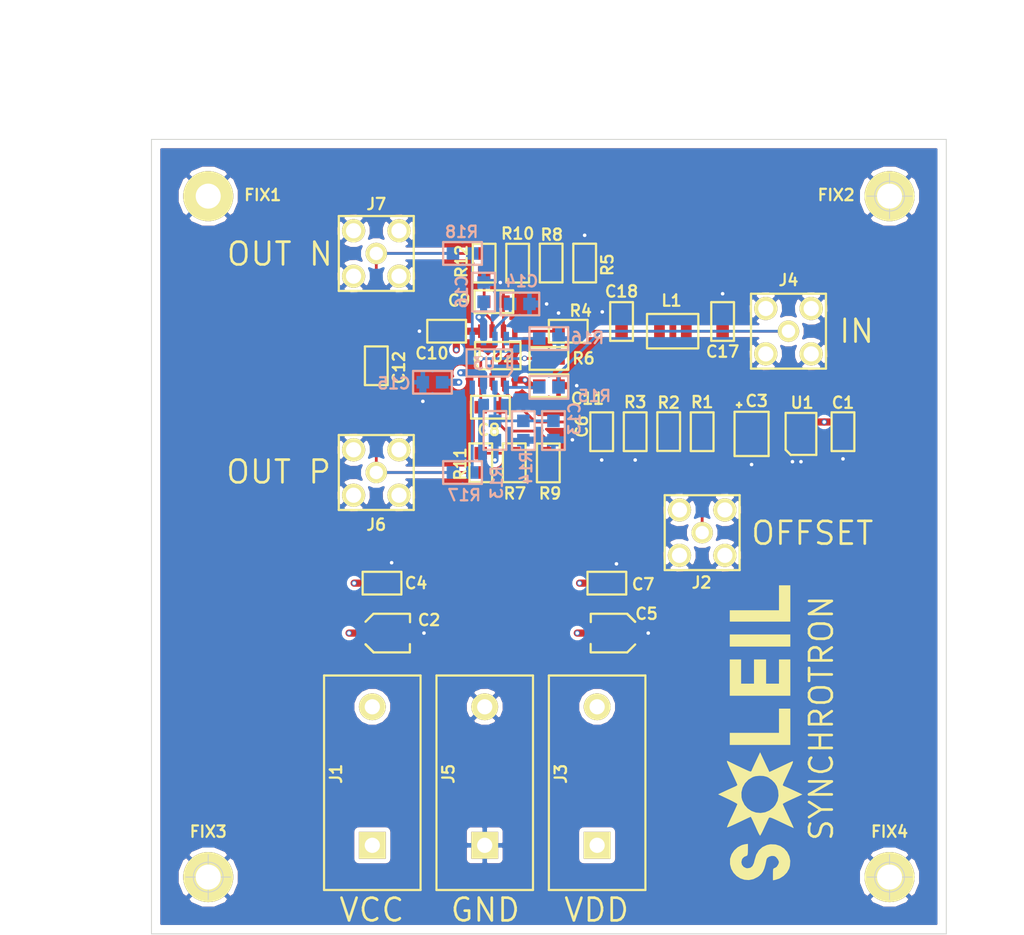
<source format=kicad_pcb>
(kicad_pcb (version 4) (host pcbnew "(2015-06-14 BZR 5747, Git dc9ebf3)-product")
  (title_block (title "Single to Differential Convertor") (date 2015-06-22) (rev 0.1) (comment 1 "Analog single to differential convertor") (comment 2 "for testing purpose") (comment 3 "IQ modulator") (comment 4 "Jean-Paul ricaud"))
  (layers (0 Top-1.Cu signal) (1 GND-2.Cu power) (2 VCC-3.Cu power) (31 Bottom-4.Cu signal) (34 B.Paste user) (35 F.Paste user) (36 B.SilkS user) (37 F.SilkS user) (38 B.Mask user) (39 F.Mask user) (44 Edge.Cuts user))
  (net 0 "")
  (net 1 VCC)
  (net 2 GND)
  (net 3 "Net-(C3-Pad1)")
  (net 4 VDD)
  (net 5 "Net-(C6-Pad1)")
  (net 6 "Net-(C8-Pad1)")
  (net 7 "Net-(C8-Pad2)")
  (net 8 "Net-(C9-Pad1)")
  (net 9 "Net-(J2-Pad1)")
  (net 10 "Net-(R7-Pad2)")
  (net 11 "Net-(R10-Pad1)")
  (net 12 "Net-(U1-Pad3)")
  (net 13 "Net-(U1-Pad5)")
  (net 14 /OUT_P)
  (net 15 /OUT_N)
  (net 16 "Net-(C13-Pad1)")
  (net 17 "Net-(C14-Pad1)")
  (net 18 "Net-(R15-Pad2)")
  (net 19 "Net-(R16-Pad2)")
  (net 20 "Net-(R17-Pad1)")
  (net 21 "Net-(R18-Pad1)")
  (net 22 "Net-(C17-Pad1)")
  (net 23 "Net-(C18-Pad1)")
  (net 24 "Net-(R4-Pad1)")
  (module RCL_SMT:SOLEIL-0805 (layer Top-1.Cu) (at 194.183 84.963 270)
    (fp_text reference C1 (at -2.159 0 360) (layer F.SilkS) (effects (font (size 1.27 1.27) (thickness 0.254))))
    (fp_text value 10nF-50V-10p-Ceramic-0805 hide)
    (pad 1 smd rect (at 0 0 270) (size 1.39954 1.397) (layers Top-1.Cu F.Paste F.Mask) (net 1 VCC))
    (pad 2 smd rect (at 2.159 0 270) (size 1.39954 1.397) (layers Top-1.Cu F.Paste F.Mask) (net 2 GND))
  )
  (module RCL_SMT:SOLEIL-TYPEB (layer Top-1.Cu) (at 141.5415 108.585)
    (fp_text reference C2 (at 6.35 -1.4605) (layer F.SilkS) (effects (font (size 1.27 1.27) (thickness 0.254))))
    (fp_text value 10uF-16V-20p-Al-TypeB hide)
    (pad 1 smd rect (at 0 0) (size 2.49936 1.6002) (layers Top-1.Cu F.Paste F.Mask) (net 1 VCC))
    (pad 2 smd rect (at 3.50012 0) (size 2.49936 1.6002) (layers Top-1.Cu F.Paste F.Mask) (net 2 GND))
  )
  (module RCL_SMT:SOLEIL-PC-B (layer Top-1.Cu) (at 183.9595 84.963 270)
    (fp_text reference C3 (at -2.3495 -0.5715 360) (layer F.SilkS) (effects (font (size 1.27 1.27) (thickness 0.254))))
    (fp_text value 2u2F-20V-10p-Tantalum-1210 hide)
    (pad 1 smd rect (at 0 0 270) (size 1.39954 2.79908) (layers Top-1.Cu F.Paste F.Mask) (net 3 "Net-(C3-Pad1)"))
    (pad 2 smd rect (at 2.60096 0 270) (size 1.39954 2.79908) (layers Top-1.Cu F.Paste F.Mask) (net 2 GND))
  )
  (module RCL_SMT:SOLEIL-0805 (layer Top-1.Cu) (at 141.5415 102.997)
    (fp_text reference C4 (at 4.8895 0) (layer F.SilkS) (effects (font (size 1.27 1.27) (thickness 0.254))))
    (fp_text value 100nF-50V-10p-Ceramic-0805 hide)
    (pad 1 smd rect (at 0 0) (size 1.39954 1.397) (layers Top-1.Cu F.Paste F.Mask) (net 1 VCC))
    (pad 2 smd rect (at 2.159 0) (size 1.39954 1.397) (layers Top-1.Cu F.Paste F.Mask) (net 2 GND))
  )
  (module RCL_SMT:SOLEIL-TYPEB (layer Top-1.Cu) (at 170.18 108.585 180)
    (fp_text reference C5 (at -2.032 2.159 180) (layer F.SilkS) (effects (font (size 1.27 1.27) (thickness 0.254))))
    (fp_text value 10uF-16V-20p-Al-TypeB hide)
    (pad 1 smd rect (at 0 0 180) (size 2.49936 1.6002) (layers Top-1.Cu F.Paste F.Mask) (net 2 GND))
    (pad 2 smd rect (at 3.50012 0 180) (size 2.49936 1.6002) (layers Top-1.Cu F.Paste F.Mask) (net 4 VDD))
  )
  (module RCL_SMT:SOLEIL-0805 (layer Top-1.Cu) (at 167.1955 84.963 270)
    (fp_text reference C6 (at 0.508 2.2225 270) (layer F.SilkS) (effects (font (size 1.27 1.27) (thickness 0.254))))
    (fp_text value 1nF-50V-10p-Ceramic-0805 hide)
    (pad 1 smd rect (at 0 0 270) (size 1.39954 1.397) (layers Top-1.Cu F.Paste F.Mask) (net 5 "Net-(C6-Pad1)"))
    (pad 2 smd rect (at 2.159 0 270) (size 1.39954 1.397) (layers Top-1.Cu F.Paste F.Mask) (net 2 GND))
  )
  (module RCL_SMT:SOLEIL-0805 (layer Top-1.Cu) (at 166.6875 102.997)
    (fp_text reference C7 (at 5.1435 0.127) (layer F.SilkS) (effects (font (size 1.27 1.27) (thickness 0.254))))
    (fp_text value 100nF-50V-10p-Ceramic-0805 hide)
    (pad 1 smd rect (at 0 0) (size 1.39954 1.397) (layers Top-1.Cu F.Paste F.Mask) (net 4 VDD))
    (pad 2 smd rect (at 2.159 0) (size 1.39954 1.397) (layers Top-1.Cu F.Paste F.Mask) (net 2 GND))
  )
  (module RCL_SMT:SOLEIL-0805 (layer Top-1.Cu) (at 153.67 83.312)
    (fp_text reference C8 (at 0.889 2.54) (layer F.SilkS) (effects (font (size 1.27 1.27) (thickness 0.254))))
    (fp_text value 5pF-50V-10p-Ceramic-0805 hide)
    (pad 1 smd rect (at 0 0) (size 1.39954 1.397) (layers Top-1.Cu F.Paste F.Mask) (net 6 "Net-(C8-Pad1)"))
    (pad 2 smd rect (at 2.159 0) (size 1.39954 1.397) (layers Top-1.Cu F.Paste F.Mask) (net 7 "Net-(C8-Pad2)"))
  )
  (module RCL_SMT:SOLEIL-0805 (layer Top-1.Cu) (at 154.051 71.501)
    (fp_text reference C9 (at -2.794 -0.127) (layer F.SilkS) (effects (font (size 1.27 1.27) (thickness 0.254))))
    (fp_text value 5pF-50V-10p-Ceramic-0805 hide)
    (pad 1 smd rect (at 0 0) (size 1.39954 1.397) (layers Top-1.Cu F.Paste F.Mask) (net 8 "Net-(C9-Pad1)"))
    (pad 2 smd rect (at 2.159 0) (size 1.39954 1.397) (layers Top-1.Cu F.Paste F.Mask) (net 7 "Net-(C8-Pad2)"))
  )
  (module RCL_SMT:SOLEIL-0805 (layer Top-1.Cu) (at 150.9395 74.803 180)
    (fp_text reference C10 (at 2.7305 -2.4765 180) (layer F.SilkS) (effects (font (size 1.27 1.27) (thickness 0.254))))
    (fp_text value 10nF-50V-10p-Ceramic-0805 hide)
    (pad 1 smd rect (at 0 0 180) (size 1.39954 1.397) (layers Top-1.Cu F.Paste F.Mask) (net 1 VCC))
    (pad 2 smd rect (at 2.159 0 180) (size 1.39954 1.397) (layers Top-1.Cu F.Paste F.Mask) (net 2 GND))
  )
  (module RCL_SMT:SOLEIL-0805 (layer Top-1.Cu) (at 160.2105 80.899)
    (fp_text reference C11 (at 5.3975 1.4605) (layer F.SilkS) (effects (font (size 1.27 1.27) (thickness 0.254))))
    (fp_text value 10nF-50V-10p-Ceramic-0805 hide)
    (pad 1 smd rect (at 0 0) (size 1.39954 1.397) (layers Top-1.Cu F.Paste F.Mask) (net 4 VDD))
    (pad 2 smd rect (at 2.159 0) (size 1.39954 1.397) (layers Top-1.Cu F.Paste F.Mask) (net 2 GND))
  )
  (module RCL_SMT:SOLEIL-0805 (layer Top-1.Cu) (at 141.986 79.756 90)
    (fp_text reference C12 (at 0.889 2.54 90) (layer F.SilkS) (effects (font (size 1.27 1.27) (thickness 0.254))))
    (fp_text value 10nF-50V-10p-Ceramic-0805 hide)
    (pad 1 smd rect (at 0 0 90) (size 1.39954 1.397) (layers Top-1.Cu F.Paste F.Mask) (net 14 /OUT_P))
    (pad 2 smd rect (at 2.159 0 90) (size 1.39954 1.397) (layers Top-1.Cu F.Paste F.Mask) (net 15 /OUT_N))
  )
  (module PSU_connectors:SOLEIL-24_243 (layer Top-1.Cu) (at 141.5415 132.334 90)
    (fp_text reference J1 (at 8.001 -4.064 90) (layer F.SilkS) (effects (font (size 1.27 1.27) (thickness 0.254))))
    (fp_text value 24.243.1 hide)
    (pad 1 thru_hole rect (at 0 0 90) (size 2.99974 2.99974) (drill 1.69926) (layers *.Cu *.Mask F.SilkS) (net 1 VCC))
    (pad 2 thru_hole circle (at 15.5 0 90) (size 2.99974 2.99974) (drill 1.69926) (layers *.Cu *.Mask F.SilkS) (net 1 VCC))
  )
  (module SMA_connectors:SOLEIL-SMA-132134 (layer Top-1.Cu) (at 178.435 97.3455)
    (fp_text reference J2 (at -0.0635 5.588) (layer F.SilkS) (effects (font (size 1.27 1.27) (thickness 0.254))))
    (fp_text value 132134 hide)
    (pad 1 thru_hole circle (at 0 0) (size 2.4 2.4) (drill 1.5) (layers *.Cu *.Mask F.SilkS) (net 9 "Net-(J2-Pad1)"))
    (pad 2 thru_hole circle (at 2.54 -2.54) (size 2.6 2.6) (drill 1.7) (layers *.Cu *.Mask F.SilkS) (net 2 GND))
    (pad 3 thru_hole circle (at -2.54 -2.54) (size 2.6 2.6) (drill 1.7) (layers *.Cu *.Mask F.SilkS) (net 2 GND))
    (pad 4 thru_hole circle (at -2.54 2.54) (size 2.6 2.6) (drill 1.7) (layers *.Cu *.Mask F.SilkS) (net 2 GND))
    (pad 5 thru_hole circle (at 2.54 2.54) (size 2.6 2.6) (drill 1.7) (layers *.Cu *.Mask F.SilkS) (net 2 GND))
  )
  (module PSU_connectors:SOLEIL-24_243 (layer Top-1.Cu) (at 166.6875 132.334 90)
    (fp_text reference J3 (at 8.001 -4.064 90) (layer F.SilkS) (effects (font (size 1.27 1.27) (thickness 0.254))))
    (fp_text value 24.243.5 hide)
    (pad 1 thru_hole rect (at 0 0 90) (size 2.99974 2.99974) (drill 1.69926) (layers *.Cu *.Mask F.SilkS) (net 4 VDD))
    (pad 2 thru_hole circle (at 15.5 0 90) (size 2.99974 2.99974) (drill 1.69926) (layers *.Cu *.Mask F.SilkS) (net 4 VDD))
  )
  (module SMA_connectors:SOLEIL-SMA-132134 (layer Top-1.Cu) (at 188.087 74.803)
    (fp_text reference J4 (at 0 -5.715) (layer F.SilkS) (effects (font (size 1.27 1.27) (thickness 0.254))))
    (fp_text value 132134 hide)
    (pad 1 thru_hole circle (at 0 0) (size 2.4 2.4) (drill 1.5) (layers *.Cu *.Mask F.SilkS) (net 22 "Net-(C17-Pad1)"))
    (pad 2 thru_hole circle (at 2.54 -2.54) (size 2.6 2.6) (drill 1.7) (layers *.Cu *.Mask F.SilkS) (net 2 GND))
    (pad 3 thru_hole circle (at -2.54 -2.54) (size 2.6 2.6) (drill 1.7) (layers *.Cu *.Mask F.SilkS) (net 2 GND))
    (pad 4 thru_hole circle (at -2.54 2.54) (size 2.6 2.6) (drill 1.7) (layers *.Cu *.Mask F.SilkS) (net 2 GND))
    (pad 5 thru_hole circle (at 2.54 2.54) (size 2.6 2.6) (drill 1.7) (layers *.Cu *.Mask F.SilkS) (net 2 GND))
  )
  (module PSU_connectors:SOLEIL-24_243 (layer Top-1.Cu) (at 154.1145 132.334 90)
    (fp_text reference J5 (at 8.001 -4.064 90) (layer F.SilkS) (effects (font (size 1.27 1.27) (thickness 0.254))))
    (fp_text value 24.243.2 hide)
    (pad 1 thru_hole rect (at 0 0 90) (size 2.99974 2.99974) (drill 1.69926) (layers *.Cu *.Mask F.SilkS) (net 2 GND))
    (pad 2 thru_hole circle (at 15.5 0 90) (size 2.99974 2.99974) (drill 1.69926) (layers *.Cu *.Mask F.SilkS) (net 2 GND))
  )
  (module SMA_connectors:SOLEIL-SMA-132134 (layer Top-1.Cu) (at 141.986 90.6145)
    (fp_text reference J6 (at 0 5.842) (layer F.SilkS) (effects (font (size 1.27 1.27) (thickness 0.254))))
    (fp_text value 132134 hide)
    (pad 1 thru_hole circle (at 0 0) (size 2.4 2.4) (drill 1.5) (layers *.Cu *.Mask F.SilkS) (net 14 /OUT_P))
    (pad 2 thru_hole circle (at 2.54 -2.54) (size 2.6 2.6) (drill 1.7) (layers *.Cu *.Mask F.SilkS) (net 2 GND))
    (pad 3 thru_hole circle (at -2.54 -2.54) (size 2.6 2.6) (drill 1.7) (layers *.Cu *.Mask F.SilkS) (net 2 GND))
    (pad 4 thru_hole circle (at -2.54 2.54) (size 2.6 2.6) (drill 1.7) (layers *.Cu *.Mask F.SilkS) (net 2 GND))
    (pad 5 thru_hole circle (at 2.54 2.54) (size 2.6 2.6) (drill 1.7) (layers *.Cu *.Mask F.SilkS) (net 2 GND))
  )
  (module SMA_connectors:SOLEIL-SMA-132134 (layer Top-1.Cu) (at 141.986 66.1035)
    (fp_text reference J7 (at 0 -5.5245) (layer F.SilkS) (effects (font (size 1.27 1.27) (thickness 0.254))))
    (fp_text value 132134 hide)
    (pad 1 thru_hole circle (at 0 0) (size 2.4 2.4) (drill 1.5) (layers *.Cu *.Mask F.SilkS) (net 15 /OUT_N))
    (pad 2 thru_hole circle (at 2.54 -2.54) (size 2.6 2.6) (drill 1.7) (layers *.Cu *.Mask F.SilkS) (net 2 GND))
    (pad 3 thru_hole circle (at -2.54 -2.54) (size 2.6 2.6) (drill 1.7) (layers *.Cu *.Mask F.SilkS) (net 2 GND))
    (pad 4 thru_hole circle (at -2.54 2.54) (size 2.6 2.6) (drill 1.7) (layers *.Cu *.Mask F.SilkS) (net 2 GND))
    (pad 5 thru_hole circle (at 2.54 2.54) (size 2.6 2.6) (drill 1.7) (layers *.Cu *.Mask F.SilkS) (net 2 GND))
  )
  (module RCL_SMT:SOLEIL-0805 (layer Top-1.Cu) (at 178.435 84.963 270)
    (fp_text reference R1 (at -2.2225 0 360) (layer F.SilkS) (effects (font (size 1.27 1.27) (thickness 0.254))))
    (fp_text value 0R-0.125W-1P-0805 hide)
    (pad 1 smd rect (at 0 0 270) (size 1.39954 1.397) (layers Top-1.Cu F.Paste F.Mask) (net 3 "Net-(C3-Pad1)"))
    (pad 2 smd rect (at 2.159 0 270) (size 1.39954 1.397) (layers Top-1.Cu F.Paste F.Mask) (net 9 "Net-(J2-Pad1)"))
  )
  (module RCL_SMT:SOLEIL-0805 (layer Top-1.Cu) (at 174.6885 87.122 90)
    (fp_text reference R2 (at 4.318 0 180) (layer F.SilkS) (effects (font (size 1.27 1.27) (thickness 0.254))))
    (fp_text value 2K37-0.125W-1P-0805 hide)
    (pad 1 smd rect (at 0 0 90) (size 1.39954 1.397) (layers Top-1.Cu F.Paste F.Mask) (net 9 "Net-(J2-Pad1)"))
    (pad 2 smd rect (at 2.159 0 90) (size 1.39954 1.397) (layers Top-1.Cu F.Paste F.Mask) (net 5 "Net-(C6-Pad1)"))
  )
  (module RCL_SMT:SOLEIL-0805 (layer Top-1.Cu) (at 170.942 84.963 270)
    (fp_text reference R3 (at -2.2225 0 360) (layer F.SilkS) (effects (font (size 1.27 1.27) (thickness 0.254))))
    (fp_text value 1K-0.125W-1P-0805 hide)
    (pad 1 smd rect (at 0 0 270) (size 1.39954 1.397) (layers Top-1.Cu F.Paste F.Mask) (net 5 "Net-(C6-Pad1)"))
    (pad 2 smd rect (at 2.159 0 270) (size 1.39954 1.397) (layers Top-1.Cu F.Paste F.Mask) (net 2 GND))
  )
  (module RCL_SMT:SOLEIL-0805 (layer Top-1.Cu) (at 162.3695 74.803)
    (fp_text reference R4 (at 2.4765 -2.286) (layer F.SilkS) (effects (font (size 1.27 1.27) (thickness 0.254))))
    (fp_text value 2K2-0.125W-1P-0805 hide)
    (pad 1 smd rect (at 0 0) (size 1.39954 1.397) (layers Top-1.Cu F.Paste F.Mask) (net 24 "Net-(R4-Pad1)"))
    (pad 2 smd rect (at 2.159 0) (size 1.39954 1.397) (layers Top-1.Cu F.Paste F.Mask) (net 23 "Net-(C18-Pad1)"))
  )
  (module RCL_SMT:SOLEIL-0805 (layer Top-1.Cu) (at 165.2905 68.2625 90)
    (fp_text reference R5 (at 0.889 2.54 90) (layer F.SilkS) (effects (font (size 1.27 1.27) (thickness 0.254))))
    (fp_text value 470R-0.125W-1P-0805 hide)
    (pad 1 smd rect (at 0 0 90) (size 1.39954 1.397) (layers Top-1.Cu F.Paste F.Mask) (net 7 "Net-(C8-Pad2)"))
    (pad 2 smd rect (at 2.159 0 90) (size 1.39954 1.397) (layers Top-1.Cu F.Paste F.Mask) (net 2 GND))
  )
  (module RCL_SMT:SOLEIL-0805 (layer Top-1.Cu) (at 160.2105 77.851)
    (fp_text reference R6 (at 4.953 0) (layer F.SilkS) (effects (font (size 1.27 1.27) (thickness 0.254))))
    (fp_text value 499R-0.125W-1P-0805 hide)
    (pad 1 smd rect (at 0 0) (size 1.39954 1.397) (layers Top-1.Cu F.Paste F.Mask) (net 6 "Net-(C8-Pad1)"))
    (pad 2 smd rect (at 2.159 0) (size 1.39954 1.397) (layers Top-1.Cu F.Paste F.Mask) (net 24 "Net-(R4-Pad1)"))
  )
  (module RCL_SMT:SOLEIL-0805 (layer Top-1.Cu) (at 161.2265 88.4555 270)
    (fp_text reference R7 (at 4.5085 3.7465 360) (layer F.SilkS) (effects (font (size 1.27 1.27) (thickness 0.254))))
    (fp_text value 215R-0.125W-1P-0805 hide)
    (pad 1 smd rect (at 0 0 270) (size 1.39954 1.397) (layers Top-1.Cu F.Paste F.Mask) (net 7 "Net-(C8-Pad2)"))
    (pad 2 smd rect (at 2.159 0 270) (size 1.39954 1.397) (layers Top-1.Cu F.Paste F.Mask) (net 10 "Net-(R7-Pad2)"))
  )
  (module RCL_SMT:SOLEIL-0805 (layer Top-1.Cu) (at 161.544 68.2625 90)
    (fp_text reference R8 (at 4.2545 0.0635 180) (layer F.SilkS) (effects (font (size 1.27 1.27) (thickness 0.254))))
    (fp_text value 215R-0.125W-1P-0805 hide)
    (pad 1 smd rect (at 0 0 90) (size 1.39954 1.397) (layers Top-1.Cu F.Paste F.Mask) (net 7 "Net-(C8-Pad2)"))
    (pad 2 smd rect (at 2.159 0 90) (size 1.39954 1.397) (layers Top-1.Cu F.Paste F.Mask) (net 11 "Net-(R10-Pad1)"))
  )
  (module RCL_SMT:SOLEIL-0805 (layer Top-1.Cu) (at 157.4165 90.6145 90)
    (fp_text reference R9 (at -2.3495 4.0005 180) (layer F.SilkS) (effects (font (size 1.27 1.27) (thickness 0.254))))
    (fp_text value 1R2-0.125W-1P-0805 hide)
    (pad 1 smd rect (at 0 0 90) (size 1.39954 1.397) (layers Top-1.Cu F.Paste F.Mask) (net 10 "Net-(R7-Pad2)"))
    (pad 2 smd rect (at 2.159 0 90) (size 1.39954 1.397) (layers Top-1.Cu F.Paste F.Mask) (net 6 "Net-(C8-Pad1)"))
  )
  (module RCL_SMT:SOLEIL-0805 (layer Top-1.Cu) (at 157.7975 66.1035 270)
    (fp_text reference R10 (at -2.2225 0 540) (layer F.SilkS) (effects (font (size 1.27 1.27) (thickness 0.254))))
    (fp_text value 1R2-0.125W-1P-0805 hide)
    (pad 1 smd rect (at 0 0 270) (size 1.39954 1.397) (layers Top-1.Cu F.Paste F.Mask) (net 11 "Net-(R10-Pad1)"))
    (pad 2 smd rect (at 2.159 0 270) (size 1.39954 1.397) (layers Top-1.Cu F.Paste F.Mask) (net 8 "Net-(C9-Pad1)"))
  )
  (module RCL_SMT:SOLEIL-0805 (layer Top-1.Cu) (at 153.67 90.6145 90)
    (fp_text reference R11 (at 0.9525 -2.286 90) (layer F.SilkS) (effects (font (size 1.27 1.27) (thickness 0.254))))
    (fp_text value 51R-0.125W-1P-0805 hide)
    (pad 1 smd rect (at 0 0 90) (size 1.39954 1.397) (layers Top-1.Cu F.Paste F.Mask) (net 14 /OUT_P))
    (pad 2 smd rect (at 2.159 0 90) (size 1.39954 1.397) (layers Top-1.Cu F.Paste F.Mask) (net 6 "Net-(C8-Pad1)"))
  )
  (module RCL_SMT:SOLEIL-0805 (layer Top-1.Cu) (at 154.051 66.1035 270)
    (fp_text reference R12 (at 0.889 2.54 270) (layer F.SilkS) (effects (font (size 1.27 1.27) (thickness 0.254))))
    (fp_text value 51R-0.125W-1P-0805 hide)
    (pad 1 smd rect (at 0 0 270) (size 1.39954 1.397) (layers Top-1.Cu F.Paste F.Mask) (net 15 /OUT_N))
    (pad 2 smd rect (at 2.159 0 270) (size 1.39954 1.397) (layers Top-1.Cu F.Paste F.Mask) (net 8 "Net-(C9-Pad1)"))
  )
  (module SOT23:SOLEIL-SOT23-6 (layer Top-1.Cu) (at 188.5315 87.63)
    (fp_text reference U1 (at 1.0795 -4.826 180) (layer F.SilkS) (effects (font (size 1.27 1.27) (thickness 0.254))))
    (fp_text value LT6656ACS6-1.25 hide)
    (pad 1 smd rect (at 0 0) (size 0.59944 1.04902) (layers Top-1.Cu F.Paste F.Mask) (net 2 GND))
    (pad 3 smd rect (at 1.905 0) (size 0.59944 1.04902) (layers Top-1.Cu F.Paste F.Mask) (net 12 "Net-(U1-Pad3)"))
    (pad 5 smd rect (at 0.9525 -2.667) (size 0.59944 1.04902) (layers Top-1.Cu F.Paste F.Mask) (net 13 "Net-(U1-Pad5)"))
    (pad 2 smd rect (at 0.9525 0) (size 0.59944 1.04902) (layers Top-1.Cu F.Paste F.Mask) (net 2 GND))
    (pad 4 smd rect (at 1.905 -2.667) (size 0.59944 1.04902) (layers Top-1.Cu F.Paste F.Mask) (net 1 VCC))
    (pad 6 smd rect (at 0 -2.667) (size 0.59944 1.04902) (layers Top-1.Cu F.Paste F.Mask) (net 3 "Net-(C3-Pad1)"))
  )
  (module SO:SOLEIL-SOIC8NB (layer Top-1.Cu) (at 153.67 80.264)
    (fp_text reference U2 (at 2.4765 -2.667) (layer F.SilkS) (effects (font (size 1.27 1.27) (thickness 0.254))))
    (fp_text value LTC6241HVCS8 hide)
    (pad 8 smd rect (at 0 -5.461) (size 0.59944 1.51892) (layers Top-1.Cu F.Paste F.Mask) (net 1 VCC))
    (pad 7 smd rect (at 1.27 -5.461) (size 0.59944 1.51892) (layers Top-1.Cu F.Paste F.Mask) (net 8 "Net-(C9-Pad1)"))
    (pad 6 smd rect (at 2.54 -5.461) (size 0.59944 1.51892) (layers Top-1.Cu F.Paste F.Mask) (net 7 "Net-(C8-Pad2)"))
    (pad 5 smd rect (at 3.81 -5.461) (size 0.59944 1.51892) (layers Top-1.Cu F.Paste F.Mask) (net 24 "Net-(R4-Pad1)"))
    (pad 4 smd rect (at 3.81 0) (size 0.59944 1.51892) (layers Top-1.Cu F.Paste F.Mask) (net 4 VDD))
    (pad 3 smd rect (at 2.54 0) (size 0.59944 1.51892) (layers Top-1.Cu F.Paste F.Mask) (net 5 "Net-(C6-Pad1)"))
    (pad 2 smd rect (at 1.27 0) (size 0.59944 1.51892) (layers Top-1.Cu F.Paste F.Mask) (net 7 "Net-(C8-Pad2)"))
    (pad 1 smd rect (at 0 0) (size 0.59944 1.51892) (layers Top-1.Cu F.Paste F.Mask) (net 6 "Net-(C8-Pad1)"))
  )
  (module holes:SOLEIL-D_2mm8 (layer Top-1.Cu) (at 123.19 59.69)
    (fp_text reference FIX1 (at 6.096 -0.127) (layer F.SilkS) (effects (font (size 1.27 1.27) (thickness 0.254))))
    (fp_text value D_2mm8 hide)
    (pad 1 thru_hole circle (at 0 0) (size 5.6007 5.6007) (drill 2.79908) (layers *.Cu *.Mask F.SilkS) (net 2 GND))
  )
  (module holes:SOLEIL-D_2mm8 (layer Top-1.Cu) (at 199.39 59.69)
    (fp_text reference FIX2 (at -5.969 -0.127) (layer F.SilkS) (effects (font (size 1.27 1.27) (thickness 0.254))))
    (fp_text value D_2mm8 hide)
    (pad 1 thru_hole circle (at 0 0) (size 5.6007 5.6007) (drill 2.79908) (layers *.Cu *.Mask F.SilkS) (net 2 GND))
  )
  (module holes:SOLEIL-D_2mm8 (layer Top-1.Cu) (at 123.19 135.89)
    (fp_text reference FIX3 (at 0 -5.08) (layer F.SilkS) (effects (font (size 1.27 1.27) (thickness 0.254))))
    (fp_text value D_2mm8 hide)
    (pad 1 thru_hole circle (at 0 0) (size 5.6007 5.6007) (drill 2.79908) (layers *.Cu *.Mask F.SilkS) (net 2 GND))
  )
  (module holes:SOLEIL-D_2mm8 (layer Top-1.Cu) (at 199.39 135.89)
    (fp_text reference FIX4 (at 0 -5.08) (layer F.SilkS) (effects (font (size 1.27 1.27) (thickness 0.254))))
    (fp_text value D_2mm8 hide)
    (pad 1 thru_hole circle (at 0 0) (size 5.6007 5.6007) (drill 2.79908) (layers *.Cu *.Mask F.SilkS) (net 2 GND))
  )
  (module RCL_SMT:SOLEIL-0805 (layer Bottom-4.Cu) (at 161.798 84.836 270)
    (fp_text reference C13 (at -0.2413 -2.3495 270) (layer B.SilkS) (effects (font (size 1.27 1.27) (thickness 0.254)) (justify mirror)))
    (fp_text value 100nF-50V-10p-Ceramic-0805 hide)
    (pad 1 smd rect (at 0 0 270) (size 1.39954 1.397) (layers Bottom-4.Cu B.Paste B.Mask) (net 16 "Net-(C13-Pad1)"))
    (pad 2 smd rect (at 2.159 0 270) (size 1.39954 1.397) (layers Bottom-4.Cu B.Paste B.Mask) (net 2 GND))
  )
  (module RCL_SMT:SOLEIL-0805 (layer Bottom-4.Cu) (at 156.9593 71.755)
    (fp_text reference C14 (at 1.2827 -2.54) (layer B.SilkS) (effects (font (size 1.27 1.27) (thickness 0.254)) (justify mirror)))
    (fp_text value 100nF-50V-10p-Ceramic-0805 hide)
    (pad 1 smd rect (at 0 0) (size 1.39954 1.397) (layers Bottom-4.Cu B.Paste B.Mask) (net 17 "Net-(C14-Pad1)"))
    (pad 2 smd rect (at 2.159 0) (size 1.39954 1.397) (layers Bottom-4.Cu B.Paste B.Mask) (net 2 GND))
  )
  (module RCL_SMT:SOLEIL-0805 (layer Bottom-4.Cu) (at 149.352 80.518 180)
    (fp_text reference C15 (at 5.3975 -0.127 180) (layer B.SilkS) (effects (font (size 1.27 1.27) (thickness 0.254)) (justify mirror)))
    (fp_text value 10nF-50V-10p-Ceramic-0805 hide)
    (pad 1 smd rect (at 0 0 180) (size 1.39954 1.397) (layers Bottom-4.Cu B.Paste B.Mask) (net 1 VCC))
    (pad 2 smd rect (at 2.159 0 180) (size 1.39954 1.397) (layers Bottom-4.Cu B.Paste B.Mask) (net 2 GND))
  )
  (module RCL_SMT:SOLEIL-0805 (layer Bottom-4.Cu) (at 153.9875 71.5137 90)
    (fp_text reference C16 (at 1.1303 -2.4384 90) (layer B.SilkS) (effects (font (size 1.27 1.27) (thickness 0.254)) (justify mirror)))
    (fp_text value 10nF-50V-10p-Ceramic-0805 hide)
    (pad 1 smd rect (at 0 0 90) (size 1.39954 1.397) (layers Bottom-4.Cu B.Paste B.Mask) (net 4 VDD))
    (pad 2 smd rect (at 2.159 0 90) (size 1.39954 1.397) (layers Bottom-4.Cu B.Paste B.Mask) (net 2 GND))
  )
  (module RCL_SMT:SOLEIL-0805 (layer Bottom-4.Cu) (at 155.2575 86.995 90)
    (fp_text reference R13 (at -4.7371 0.2032 90) (layer B.SilkS) (effects (font (size 1.27 1.27) (thickness 0.254)) (justify mirror)))
    (fp_text value 1K87-0.125W-1P-0805 hide)
    (pad 1 smd rect (at 0 0 90) (size 1.39954 1.397) (layers Bottom-4.Cu B.Paste B.Mask) (net 1 VCC))
    (pad 2 smd rect (at 2.159 0 90) (size 1.39954 1.397) (layers Bottom-4.Cu B.Paste B.Mask) (net 16 "Net-(C13-Pad1)"))
  )
  (module RCL_SMT:SOLEIL-0805 (layer Bottom-4.Cu) (at 158.4325 84.836 270)
    (fp_text reference R14 (at 5.2705 -0.3175 270) (layer B.SilkS) (effects (font (size 1.27 1.27) (thickness 0.254)) (justify mirror)))
    (fp_text value 1K-0.125W-1P-0805 hide)
    (pad 1 smd rect (at 0 0 270) (size 1.39954 1.397) (layers Bottom-4.Cu B.Paste B.Mask) (net 16 "Net-(C13-Pad1)"))
    (pad 2 smd rect (at 2.159 0 270) (size 1.39954 1.397) (layers Bottom-4.Cu B.Paste B.Mask) (net 2 GND))
  )
  (module RCL_SMT:SOLEIL-0805 (layer Bottom-4.Cu) (at 162.3695 81.0895 180)
    (fp_text reference R15 (at -4.0132 -0.9652 180) (layer B.SilkS) (effects (font (size 1.27 1.27) (thickness 0.254)) (justify mirror)))
    (fp_text value 1K58-0.125W-1P-0805 hide)
    (pad 1 smd rect (at 0 0 180) (size 1.39954 1.397) (layers Bottom-4.Cu B.Paste B.Mask) (net 22 "Net-(C17-Pad1)"))
    (pad 2 smd rect (at 2.159 0 180) (size 1.39954 1.397) (layers Bottom-4.Cu B.Paste B.Mask) (net 18 "Net-(R15-Pad2)"))
  )
  (module RCL_SMT:SOLEIL-0805 (layer Bottom-4.Cu) (at 162.3695 75.6285 180)
    (fp_text reference R16 (at -3.2385 0.0635 180) (layer B.SilkS) (effects (font (size 1.27 1.27) (thickness 0.254)) (justify mirror)))
    (fp_text value 1K58-0.125W-1P-0805 hide)
    (pad 1 smd rect (at 0 0 180) (size 1.39954 1.397) (layers Bottom-4.Cu B.Paste B.Mask) (net 2 GND))
    (pad 2 smd rect (at 2.159 0 180) (size 1.39954 1.397) (layers Bottom-4.Cu B.Paste B.Mask) (net 19 "Net-(R16-Pad2)"))
  )
  (module RCL_SMT:SOLEIL-0805 (layer Bottom-4.Cu) (at 152.7175 90.6145 180)
    (fp_text reference R17 (at 0.889 -2.54 180) (layer B.SilkS) (effects (font (size 1.27 1.27) (thickness 0.254)) (justify mirror)))
    (fp_text value 0R-0.125W-1P-0805 hide)
    (pad 1 smd rect (at 0 0 180) (size 1.39954 1.397) (layers Bottom-4.Cu B.Paste B.Mask) (net 20 "Net-(R17-Pad1)"))
    (pad 2 smd rect (at 2.159 0 180) (size 1.39954 1.397) (layers Bottom-4.Cu B.Paste B.Mask) (net 14 /OUT_P))
  )
  (module RCL_SMT:SOLEIL-0805 (layer Bottom-4.Cu) (at 152.7175 66.1035 180)
    (fp_text reference R18 (at 1.1811 2.413 180) (layer B.SilkS) (effects (font (size 1.27 1.27) (thickness 0.254)) (justify mirror)))
    (fp_text value 0R-0.125W-1P-0805 hide)
    (pad 1 smd rect (at 0 0 180) (size 1.39954 1.397) (layers Bottom-4.Cu B.Paste B.Mask) (net 21 "Net-(R18-Pad1)"))
    (pad 2 smd rect (at 2.159 0 180) (size 1.39954 1.397) (layers Bottom-4.Cu B.Paste B.Mask) (net 15 /OUT_N))
  )
  (module SO:SOLEIL-SOIC8NB (layer Bottom-4.Cu) (at 156.5275 81.0895 180)
    (fp_text reference U3 (at 2.4765 2.667 180) (layer B.SilkS) (effects (font (size 1.27 1.27) (thickness 0.254)) (justify mirror)))
    (fp_text value LT6600CS8-2.5 hide)
    (pad 8 smd rect (at 0 5.461 180) (size 0.59944 1.51892) (layers Bottom-4.Cu B.Paste B.Mask) (net 19 "Net-(R16-Pad2)"))
    (pad 7 smd rect (at 1.27 5.461 180) (size 0.59944 1.51892) (layers Bottom-4.Cu B.Paste B.Mask) (net 17 "Net-(C14-Pad1)"))
    (pad 6 smd rect (at 2.54 5.461 180) (size 0.59944 1.51892) (layers Bottom-4.Cu B.Paste B.Mask) (net 4 VDD))
    (pad 5 smd rect (at 3.81 5.461 180) (size 0.59944 1.51892) (layers Bottom-4.Cu B.Paste B.Mask) (net 21 "Net-(R18-Pad1)"))
    (pad 4 smd rect (at 3.81 0 180) (size 0.59944 1.51892) (layers Bottom-4.Cu B.Paste B.Mask) (net 20 "Net-(R17-Pad1)"))
    (pad 3 smd rect (at 2.54 0 180) (size 0.59944 1.51892) (layers Bottom-4.Cu B.Paste B.Mask) (net 1 VCC))
    (pad 2 smd rect (at 1.27 0 180) (size 0.59944 1.51892) (layers Bottom-4.Cu B.Paste B.Mask) (net 16 "Net-(C13-Pad1)"))
    (pad 1 smd rect (at 0 0 180) (size 0.59944 1.51892) (layers Bottom-4.Cu B.Paste B.Mask) (net 18 "Net-(R15-Pad2)"))
  )
  (module logo:logo_soleil_400 (layer Top-1.Cu) (at 184.8231 119.7483 90)
    (fp_text reference G*** hide)
    (fp_text value logo_soleil_400 hide)
  )
  (module RCL_SMT:SOLEIL-0805 (layer Top-1.Cu) (at 180.721 74.803 90)
    (fp_text reference C17 (at -2.286 0 180) (layer F.SilkS) (effects (font (size 1.27 1.27) (thickness 0.254))))
    (fp_text value 2200pF-50V-5p-Ceramic-0805 hide)
    (pad 1 smd rect (at 0 0 90) (size 1.39954 1.397) (layers Top-1.Cu F.Paste F.Mask) (net 22 "Net-(C17-Pad1)"))
    (pad 2 smd rect (at 2.159 0 90) (size 1.39954 1.397) (layers Top-1.Cu F.Paste F.Mask) (net 2 GND))
  )
  (module RCL_SMT:SOLEIL-0805 (layer Top-1.Cu) (at 169.418 74.803 90)
    (fp_text reference C18 (at 4.445 0 180) (layer F.SilkS) (effects (font (size 1.27 1.27) (thickness 0.254))))
    (fp_text value 2200pF-50V-5p-Ceramic-0805 hide)
    (pad 1 smd rect (at 0 0 90) (size 1.39954 1.397) (layers Top-1.Cu F.Paste F.Mask) (net 23 "Net-(C18-Pad1)"))
    (pad 2 smd rect (at 2.159 0 90) (size 1.39954 1.397) (layers Top-1.Cu F.Paste F.Mask) (net 2 GND))
  )
  (module RCL_SMT:SOLEIL-1210 (layer Top-1.Cu) (at 176.657 74.803 180)
    (fp_text reference L1 (at 1.651 3.429 180) (layer F.SilkS) (effects (font (size 1.27 1.27) (thickness 0.254))))
    (fp_text value 10uH-140mA-5p-36MHz-1210 hide)
    (pad 1 smd rect (at 0 0 180) (size 1.19888 2.70002) (layers Top-1.Cu F.Paste F.Mask) (net 22 "Net-(C17-Pad1)"))
    (pad 2 smd rect (at 2.99974 0 180) (size 1.19888 2.70002) (layers Top-1.Cu F.Paste F.Mask) (net 23 "Net-(C18-Pad1)"))
  )
  (gr_text "OUT P" (at 131.064 90.551) (layer F.SilkS) (effects (font (size 2.54 2.54) (thickness 0.3))))
  (gr_text "OUT N" (at 131.191 66.167) (layer F.SilkS) (effects (font (size 2.54 2.54) (thickness 0.3))))
  (gr_text OFFSET (at 190.754 97.409) (layer F.SilkS) (effects (font (size 2.54 2.54) (thickness 0.3))))
  (gr_text VDD (at 166.624 139.573) (layer F.SilkS) (effects (font (size 2.54 2.54) (thickness 0.3))))
  (gr_text GND (at 154.178 139.573) (layer F.SilkS) (effects (font (size 2.54 2.54) (thickness 0.3))))
  (gr_text VCC (at 141.478 139.573) (layer F.SilkS) (effects (font (size 2.54 2.54) (thickness 0.3))))
  (gr_text IN (at 195.707 74.803) (layer F.SilkS) (effects (font (size 2.54 2.54) (thickness 0.3))))
  (gr_text SYNCHROTRON (at 191.77 118.11 90) (layer F.SilkS) (effects (font (size 2.54 2.54) (thickness 0.3))))
  (target plus (at 199.39 135.89) (size 5) (width 0.1) (layer Edge.Cuts))
  (target plus (at 199.39 59.69) (size 5) (width 0.1) (layer Edge.Cuts))
  (target plus (at 123.19 135.89) (size 5) (width 0.1) (layer Edge.Cuts))
  (gr_line (start 116.84 53.34) (end 205.74 53.34) (angle 90) (layer Edge.Cuts) (width 0.1))
  (gr_line (start 116.84 142.24) (end 116.84 53.34) (angle 90) (layer Edge.Cuts) (width 0.1))
  (gr_line (start 205.74 142.24) (end 116.84 142.24) (angle 90) (layer Edge.Cuts) (width 0.1))
  (gr_line (start 205.74 53.34) (end 205.74 142.24) (angle 90) (layer Edge.Cuts) (width 0.1))
  (segment (start 192.0875 84.963) (end 194.183 84.963) (width 0.8) (layer Top-1.Cu) (net 1))
  (via (at 192.0875 84.963) (size 0.6) (layers Top-1.Cu Bottom-4.Cu) (net 1))
  (segment (start 190.4365 84.963) (end 192.0875 84.963) (width 0.8) (layer Top-1.Cu) (net 1))
  (via (at 138.938 108.585) (size 0.6) (layers Top-1.Cu Bottom-4.Cu) (net 1))
  (segment (start 141.5415 108.585) (end 138.938 108.585) (width 0.8) (layer Top-1.Cu) (net 1))
  (via (at 139.5095 102.997) (size 0.6) (layers Top-1.Cu Bottom-4.Cu) (net 1))
  (segment (start 141.5415 102.997) (end 139.5095 102.997) (width 0.8) (layer Top-1.Cu) (net 1))
  (segment (start 150.9395 74.803) (end 153.67 74.803) (width 0.8) (layer Top-1.Cu) (net 1))
  (via (at 150.9395 76.8985) (size 0.6) (layers Top-1.Cu Bottom-4.Cu) (net 1))
  (segment (start 150.9395 74.803) (end 150.9395 76.8985) (width 0.8) (layer Top-1.Cu) (net 1))
  (segment (start 153.9875 79.6036) (end 153.8351 79.4512) (width 0.8) (layer Bottom-4.Cu) (net 1))
  (segment (start 153.8351 79.4512) (end 151.4221 79.4512) (width 0.8) (layer Bottom-4.Cu) (net 1))
  (via (at 151.4221 79.4512) (size 0.6) (layers Top-1.Cu Bottom-4.Cu) (net 1))
  (segment (start 153.9875 81.0895) (end 153.9875 79.6036) (width 0.8) (layer Bottom-4.Cu) (net 1))
  (via (at 151.2189 80.518) (size 0.6) (layers Top-1.Cu Bottom-4.Cu) (net 1))
  (segment (start 149.352 80.518) (end 151.2189 80.518) (width 0.8) (layer Bottom-4.Cu) (net 1))
  (via (at 155.2575 89.2175) (size 0.6) (layers Top-1.Cu Bottom-4.Cu) (net 1))
  (segment (start 155.2575 86.995) (end 155.2575 89.2175) (width 0.8) (layer Bottom-4.Cu) (net 1))
  (segment (start 180.721 72.644) (end 180.721 70.612) (width 0.8) (layer Top-1.Cu) (net 2))
  (via (at 180.721 70.612) (size 0.6) (layers Top-1.Cu Bottom-4.Cu) (net 2))
  (segment (start 169.418 72.644) (end 167.259 72.644) (width 0.8) (layer Top-1.Cu) (net 2))
  (via (at 167.259 72.644) (size 0.6) (layers Top-1.Cu Bottom-4.Cu) (net 2))
  (via (at 146.812 74.803) (size 0.6) (layers Top-1.Cu Bottom-4.Cu) (net 2))
  (segment (start 148.7805 74.803) (end 146.812 74.803) (width 0.8) (layer Top-1.Cu) (net 2))
  (via (at 183.9595 89.7255) (size 0.6) (layers Top-1.Cu Bottom-4.Cu) (net 2))
  (segment (start 183.9595 87.56396) (end 183.9595 89.7255) (width 0.8) (layer Top-1.Cu) (net 2))
  (via (at 194.183 89.0905) (size 0.6) (layers Top-1.Cu Bottom-4.Cu) (net 2))
  (segment (start 194.183 87.122) (end 194.183 89.0905) (width 0.8) (layer Top-1.Cu) (net 2))
  (via (at 168.8465 100.838) (size 0.6) (layers Top-1.Cu Bottom-4.Cu) (net 2))
  (segment (start 168.8465 102.997) (end 168.8465 100.838) (width 0.8) (layer Top-1.Cu) (net 2))
  (via (at 172.4025 108.585) (size 0.6) (layers Top-1.Cu Bottom-4.Cu) (net 2))
  (segment (start 170.18 108.585) (end 172.4025 108.585) (width 0.8) (layer Top-1.Cu) (net 2))
  (via (at 147.32 108.585) (size 0.6) (layers Top-1.Cu Bottom-4.Cu) (net 2))
  (segment (start 145.04162 108.585) (end 147.32 108.585) (width 0.8) (layer Top-1.Cu) (net 2))
  (via (at 143.7005 100.711) (size 0.6) (layers Top-1.Cu Bottom-4.Cu) (net 2))
  (segment (start 143.7005 102.997) (end 143.7005 100.711) (width 0.8) (layer Top-1.Cu) (net 2))
  (via (at 165.2905 64.0715) (size 0.6) (layers Top-1.Cu Bottom-4.Cu) (net 2))
  (segment (start 165.2905 66.1035) (end 165.2905 64.0715) (width 0.8) (layer Top-1.Cu) (net 2))
  (via (at 188.5315 89.408) (size 0.6) (layers Top-1.Cu Bottom-4.Cu) (net 2))
  (segment (start 188.5315 87.63) (end 188.5315 89.408) (width 0.30998) (layer Top-1.Cu) (net 2))
  (via (at 189.484 89.408) (size 0.6) (layers Top-1.Cu Bottom-4.Cu) (net 2))
  (segment (start 189.484 87.63) (end 189.484 89.408) (width 0.30998) (layer Top-1.Cu) (net 2))
  (via (at 164.4015 80.899) (size 0.6) (layers Top-1.Cu Bottom-4.Cu) (net 2))
  (segment (start 162.3695 80.899) (end 164.4015 80.899) (width 0.8) (layer Top-1.Cu) (net 2))
  (via (at 167.1955 89.2175) (size 0.6) (layers Top-1.Cu Bottom-4.Cu) (net 2))
  (segment (start 167.1955 87.122) (end 167.1955 89.2175) (width 0.8) (layer Top-1.Cu) (net 2))
  (via (at 170.942 89.2175) (size 0.6) (layers Top-1.Cu Bottom-4.Cu) (net 2))
  (segment (start 170.942 87.122) (end 170.942 89.2175) (width 0.8) (layer Top-1.Cu) (net 2))
  (via (at 161.036 71.755) (size 0.6) (layers Top-1.Cu Bottom-4.Cu) (net 2))
  (segment (start 159.1183 71.755) (end 161.036 71.755) (width 0.8) (layer Bottom-4.Cu) (net 2))
  (via (at 162.3695 72.771) (size 0.6) (layers Top-1.Cu Bottom-4.Cu) (net 2))
  (segment (start 162.3695 75.6285) (end 162.3695 72.771) (width 0.8) (layer Bottom-4.Cu) (net 2))
  (via (at 155.8544 69.3547) (size 0.6) (layers Top-1.Cu Bottom-4.Cu) (net 2))
  (segment (start 153.9875 69.3547) (end 155.8544 69.3547) (width 0.8) (layer Bottom-4.Cu) (net 2))
  (via (at 147.193 82.6516) (size 0.6) (layers Top-1.Cu Bottom-4.Cu) (net 2))
  (segment (start 147.193 80.518) (end 147.193 82.6516) (width 0.8) (layer Bottom-4.Cu) (net 2))
  (via (at 163.9189 86.9569) (size 0.6) (layers Top-1.Cu Bottom-4.Cu) (net 2))
  (segment (start 161.8361 86.9569) (end 163.9189 86.9569) (width 0.8) (layer Bottom-4.Cu) (net 2))
  (segment (start 161.798 86.995) (end 161.8361 86.9569) (width 0.8) (layer Bottom-4.Cu) (net 2))
  (segment (start 158.4325 86.995) (end 161.798 86.995) (width 0.8) (layer Bottom-4.Cu) (net 2))
  (segment (start 183.9595 84.963) (end 188.5315 84.963) (width 0.30998) (layer Top-1.Cu) (net 3))
  (segment (start 178.435 84.963) (end 183.9595 84.963) (width 0.30998) (layer Top-1.Cu) (net 3))
  (via (at 164.465 108.585) (size 0.6) (layers Top-1.Cu Bottom-4.Cu) (net 4))
  (segment (start 166.67988 108.585) (end 164.465 108.585) (width 0.8) (layer Top-1.Cu) (net 4))
  (via (at 164.719 102.997) (size 0.6) (layers Top-1.Cu Bottom-4.Cu) (net 4))
  (segment (start 166.6875 102.997) (end 164.719 102.997) (width 0.8) (layer Top-1.Cu) (net 4))
  (segment (start 159.258 80.899) (end 160.2105 80.899) (width 0.8) (layer Top-1.Cu) (net 4))
  (via (at 158.623 80.264) (size 0.6) (layers Top-1.Cu Bottom-4.Cu) (net 4))
  (segment (start 159.258 80.899) (end 158.623 80.264) (width 0.8) (layer Top-1.Cu) (net 4))
  (segment (start 157.48 80.264) (end 158.623 80.264) (width 0.8) (layer Top-1.Cu) (net 4))
  (segment (start 153.9875 73.7362) (end 153.4795 73.2282) (width 0.8) (layer Bottom-4.Cu) (net 4))
  (segment (start 153.9875 72.7202) (end 153.9875 71.5137) (width 0.8) (layer Bottom-4.Cu) (net 4))
  (via (at 153.4795 73.2282) (size 0.6) (layers Top-1.Cu Bottom-4.Cu) (net 4))
  (segment (start 153.9875 72.7202) (end 153.4795 73.2282) (width 0.8) (layer Bottom-4.Cu) (net 4))
  (segment (start 153.9875 75.6285) (end 153.9875 73.7362) (width 0.8) (layer Bottom-4.Cu) (net 4))
  (segment (start 156.21 81.407) (end 159.766 84.963) (width 0.30998) (layer Top-1.Cu) (net 5))
  (segment (start 159.766 84.963) (end 167.1955 84.963) (width 0.30998) (layer Top-1.Cu) (net 5))
  (segment (start 156.21 80.264) (end 156.21 81.407) (width 0.30998) (layer Top-1.Cu) (net 5))
  (segment (start 167.1955 84.963) (end 170.942 84.963) (width 0.30998) (layer Top-1.Cu) (net 5))
  (segment (start 170.942 84.963) (end 174.6885 84.963) (width 0.30998) (layer Top-1.Cu) (net 5))
  (segment (start 153.67 88.4555) (end 157.4165 88.4555) (width 0.30998) (layer Top-1.Cu) (net 6))
  (segment (start 153.67 88.4555) (end 153.67 83.312) (width 0.30998) (layer Top-1.Cu) (net 6))
  (segment (start 153.67 83.312) (end 153.67 80.264) (width 0.30998) (layer Top-1.Cu) (net 6))
  (segment (start 158.57728 77.851) (end 158.56712 77.84084) (width 0.30998) (layer Top-1.Cu) (net 6))
  (via (at 158.56712 77.84084) (size 0.6) (layers Top-1.Cu Bottom-4.Cu) (net 6))
  (segment (start 158.56712 77.84084) (end 158.53664 77.87132) (width 0.30998) (layer Bottom-4.Cu) (net 6))
  (segment (start 158.53664 77.87132) (end 153.66492 77.87132) (width 0.30998) (layer Bottom-4.Cu) (net 6))
  (via (at 153.66492 77.87132) (size 0.6) (layers Top-1.Cu Bottom-4.Cu) (net 6))
  (segment (start 153.66492 77.87132) (end 153.67 77.8764) (width 0.30998) (layer Top-1.Cu) (net 6))
  (segment (start 153.67 77.8764) (end 153.67 80.264) (width 0.30998) (layer Top-1.Cu) (net 6))
  (segment (start 160.2105 77.851) (end 158.57728 77.851) (width 0.30998) (layer Top-1.Cu) (net 6))
  (segment (start 156.21 74.803) (end 156.21 71.501) (width 0.30998) (layer Top-1.Cu) (net 7))
  (segment (start 161.544 69.2785) (end 160.909 69.9135) (width 0.30998) (layer Top-1.Cu) (net 7))
  (segment (start 160.909 69.9135) (end 156.591 69.9135) (width 0.30998) (layer Top-1.Cu) (net 7))
  (segment (start 156.591 69.9135) (end 156.21 70.2945) (width 0.30998) (layer Top-1.Cu) (net 7))
  (segment (start 156.21 70.2945) (end 156.21 71.501) (width 0.30998) (layer Top-1.Cu) (net 7))
  (segment (start 161.544 68.2625) (end 161.544 69.2785) (width 0.30998) (layer Top-1.Cu) (net 7))
  (segment (start 156.21 76.7715) (end 154.94 78.0415) (width 0.30998) (layer Top-1.Cu) (net 7))
  (segment (start 154.94 78.0415) (end 154.94 80.264) (width 0.30998) (layer Top-1.Cu) (net 7))
  (segment (start 156.21 74.803) (end 156.21 76.7715) (width 0.30998) (layer Top-1.Cu) (net 7))
  (segment (start 155.829 83.2485) (end 155.829 83.312) (width 0.30998) (layer Top-1.Cu) (net 7))
  (segment (start 154.94 81.28) (end 155.829 82.1055) (width 0.30998) (layer Top-1.Cu) (net 7))
  (segment (start 155.829 82.1055) (end 155.829 83.2485) (width 0.30998) (layer Top-1.Cu) (net 7))
  (segment (start 154.94 80.264) (end 154.94 81.28) (width 0.30998) (layer Top-1.Cu) (net 7))
  (segment (start 161.2265 87.122) (end 160.0835 85.979) (width 0.30998) (layer Top-1.Cu) (net 7))
  (segment (start 160.0835 85.979) (end 156.5275 85.979) (width 0.30998) (layer Top-1.Cu) (net 7))
  (segment (start 156.5275 85.979) (end 155.829 85.2805) (width 0.30998) (layer Top-1.Cu) (net 7))
  (segment (start 155.829 85.2805) (end 155.829 83.312) (width 0.30998) (layer Top-1.Cu) (net 7))
  (segment (start 161.2265 88.4555) (end 161.2265 87.122) (width 0.30998) (layer Top-1.Cu) (net 7))
  (segment (start 161.544 68.2625) (end 165.2905 68.2625) (width 0.30998) (layer Top-1.Cu) (net 7))
  (segment (start 154.051 68.2625) (end 157.7975 68.2625) (width 0.30998) (layer Top-1.Cu) (net 8))
  (segment (start 154.051 71.501) (end 154.051 68.2625) (width 0.30998) (layer Top-1.Cu) (net 8))
  (segment (start 154.94 73.5965) (end 154.051 72.7075) (width 0.30998) (layer Top-1.Cu) (net 8))
  (segment (start 154.051 72.7075) (end 154.051 71.501) (width 0.30998) (layer Top-1.Cu) (net 8))
  (segment (start 154.94 74.803) (end 154.94 73.5965) (width 0.30998) (layer Top-1.Cu) (net 8))
  (segment (start 178.435 87.122) (end 178.435 97.3455) (width 0.30998) (layer Top-1.Cu) (net 9))
  (segment (start 174.6885 87.122) (end 178.435 87.122) (width 0.30998) (layer Top-1.Cu) (net 9))
  (segment (start 157.4165 90.6145) (end 161.2265 90.6145) (width 0.30998) (layer Top-1.Cu) (net 10))
  (segment (start 157.7975 66.1035) (end 161.544 66.1035) (width 0.30998) (layer Top-1.Cu) (net 11))
  (segment (start 141.986 90.6145) (end 141.986 79.756) (width 0.30998) (layer Top-1.Cu) (net 14))
  (segment (start 141.986 90.6145) (end 153.67 90.6145) (width 0.30998) (layer Top-1.Cu) (net 14))
  (segment (start 150.5585 90.6145) (end 141.986 90.6145) (width 0.30998) (layer Bottom-4.Cu) (net 14))
  (segment (start 141.986 66.1035) (end 154.051 66.1035) (width 0.30998) (layer Top-1.Cu) (net 15))
  (segment (start 141.986 66.1035) (end 141.986 77.597) (width 0.30998) (layer Top-1.Cu) (net 15))
  (segment (start 150.5585 66.1035) (end 141.986 66.1035) (width 0.30998) (layer Bottom-4.Cu) (net 15))
  (segment (start 155.2575 84.836) (end 155.2575 81.0895) (width 0.30998) (layer Bottom-4.Cu) (net 16))
  (segment (start 155.2575 84.836) (end 158.4325 84.836) (width 0.30998) (layer Bottom-4.Cu) (net 16))
  (segment (start 158.4325 84.836) (end 161.798 84.836) (width 0.30998) (layer Bottom-4.Cu) (net 16))
  (segment (start 156.9593 72.7837) (end 156.9593 71.755) (width 0.30998) (layer Bottom-4.Cu) (net 17))
  (segment (start 155.2575 74.4855) (end 156.9593 72.7837) (width 0.30998) (layer Bottom-4.Cu) (net 17))
  (segment (start 155.2575 75.6285) (end 155.2575 74.4855) (width 0.30998) (layer Bottom-4.Cu) (net 17))
  (segment (start 156.5275 81.0895) (end 160.2105 81.0895) (width 0.30998) (layer Bottom-4.Cu) (net 18))
  (segment (start 160.2105 75.6285) (end 156.5275 75.6285) (width 0.30998) (layer Bottom-4.Cu) (net 19))
  (segment (start 152.7175 90.6145) (end 152.7175 81.0895) (width 0.30998) (layer Bottom-4.Cu) (net 20))
  (segment (start 152.7175 66.1035) (end 152.7175 75.6285) (width 0.30998) (layer Bottom-4.Cu) (net 21))
  (segment (start 162.3695 81.0895) (end 162.3695 79.5655) (width 0.30998) (layer Bottom-4.Cu) (net 22))
  (segment (start 167.132 74.803) (end 188.087 74.803) (width 0.30998) (layer Bottom-4.Cu) (net 22))
  (segment (start 162.3695 79.5655) (end 167.132 74.803) (width 0.30998) (layer Bottom-4.Cu) (net 22))
  (segment (start 188.087 74.803) (end 180.721 74.803) (width 0.30998) (layer Top-1.Cu) (net 22))
  (segment (start 180.721 74.803) (end 176.657 74.803) (width 0.30998) (layer Top-1.Cu) (net 22))
  (segment (start 173.65726 74.803) (end 169.418 74.803) (width 0.30998) (layer Top-1.Cu) (net 23))
  (segment (start 169.418 74.803) (end 164.5285 74.803) (width 0.30998) (layer Top-1.Cu) (net 23))
  (segment (start 162.3695 74.803) (end 162.3695 77.851) (width 0.30998) (layer Top-1.Cu) (net 24))
  (segment (start 157.48 74.803) (end 162.3695 74.803) (width 0.30998) (layer Top-1.Cu) (net 24))
  (zone (net 2) (net_name GND) (layer Top-1.Cu) (connect_pads (clearance 0.508)) (min_thickness 0.254) (fill yes (arc_segments 16) (thermal_gap 0.508) (thermal_bridge_width 0.508))
    (polygon (pts (xy 204.7494 141.2494) (xy 117.8306 141.2494) (xy 117.8306 54.3306) (xy 204.7494 54.3306)))
  )
  (zone (net 2) (net_name GND) (layer Bottom-4.Cu) (connect_pads (clearance 0.508)) (min_thickness 0.254) (fill yes (arc_segments 16) (thermal_gap 0.508) (thermal_bridge_width 0.508))
    (polygon (pts (xy 204.7494 141.2494) (xy 117.8306 141.2494) (xy 117.8306 54.3306) (xy 204.7494 54.3306)))
  )
)
</source>
